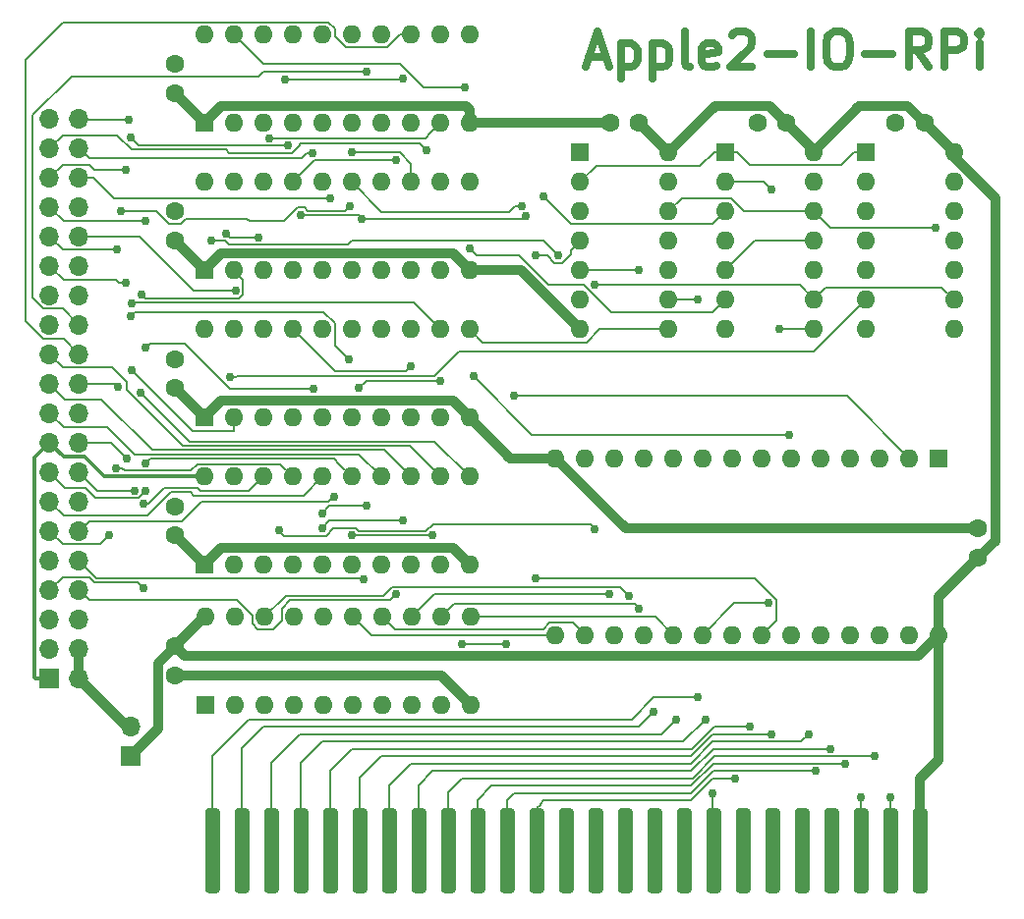
<source format=gbr>
G04 #@! TF.GenerationSoftware,KiCad,Pcbnew,(6.0.2-0)*
G04 #@! TF.CreationDate,2022-03-01T05:34:48-05:00*
G04 #@! TF.ProjectId,Apple2IORPi,4170706c-6532-4494-9f52-50692e6b6963,0.6*
G04 #@! TF.SameCoordinates,Original*
G04 #@! TF.FileFunction,Copper,L1,Top*
G04 #@! TF.FilePolarity,Positive*
%FSLAX46Y46*%
G04 Gerber Fmt 4.6, Leading zero omitted, Abs format (unit mm)*
G04 Created by KiCad (PCBNEW (6.0.2-0)) date 2022-03-01 05:34:48*
%MOMM*%
%LPD*%
G01*
G04 APERTURE LIST*
%ADD10C,0.635000*%
G04 #@! TA.AperFunction,NonConductor*
%ADD11C,0.635000*%
G04 #@! TD*
G04 #@! TA.AperFunction,ComponentPad*
%ADD12R,1.700000X1.700000*%
G04 #@! TD*
G04 #@! TA.AperFunction,ComponentPad*
%ADD13O,1.700000X1.700000*%
G04 #@! TD*
G04 #@! TA.AperFunction,ComponentPad*
%ADD14R,1.600000X1.600000*%
G04 #@! TD*
G04 #@! TA.AperFunction,ComponentPad*
%ADD15O,1.600000X1.600000*%
G04 #@! TD*
G04 #@! TA.AperFunction,ComponentPad*
%ADD16C,1.600000*%
G04 #@! TD*
G04 #@! TA.AperFunction,ViaPad*
%ADD17C,0.762000*%
G04 #@! TD*
G04 #@! TA.AperFunction,Conductor*
%ADD18C,0.812800*%
G04 #@! TD*
G04 #@! TA.AperFunction,Conductor*
%ADD19C,0.355600*%
G04 #@! TD*
G04 #@! TA.AperFunction,Conductor*
%ADD20C,0.177800*%
G04 #@! TD*
G04 APERTURE END LIST*
D10*
D11*
X156928457Y-46990000D02*
X158379885Y-46990000D01*
X156638171Y-47860857D02*
X157654171Y-44812857D01*
X158670171Y-47860857D01*
X159686171Y-45828857D02*
X159686171Y-48876857D01*
X159686171Y-45974000D02*
X159976457Y-45828857D01*
X160557028Y-45828857D01*
X160847314Y-45974000D01*
X160992457Y-46119142D01*
X161137600Y-46409428D01*
X161137600Y-47280285D01*
X160992457Y-47570571D01*
X160847314Y-47715714D01*
X160557028Y-47860857D01*
X159976457Y-47860857D01*
X159686171Y-47715714D01*
X162443885Y-45828857D02*
X162443885Y-48876857D01*
X162443885Y-45974000D02*
X162734171Y-45828857D01*
X163314742Y-45828857D01*
X163605028Y-45974000D01*
X163750171Y-46119142D01*
X163895314Y-46409428D01*
X163895314Y-47280285D01*
X163750171Y-47570571D01*
X163605028Y-47715714D01*
X163314742Y-47860857D01*
X162734171Y-47860857D01*
X162443885Y-47715714D01*
X165637028Y-47860857D02*
X165346742Y-47715714D01*
X165201600Y-47425428D01*
X165201600Y-44812857D01*
X167959314Y-47715714D02*
X167669028Y-47860857D01*
X167088457Y-47860857D01*
X166798171Y-47715714D01*
X166653028Y-47425428D01*
X166653028Y-46264285D01*
X166798171Y-45974000D01*
X167088457Y-45828857D01*
X167669028Y-45828857D01*
X167959314Y-45974000D01*
X168104457Y-46264285D01*
X168104457Y-46554571D01*
X166653028Y-46844857D01*
X169265600Y-45103142D02*
X169410742Y-44958000D01*
X169701028Y-44812857D01*
X170426742Y-44812857D01*
X170717028Y-44958000D01*
X170862171Y-45103142D01*
X171007314Y-45393428D01*
X171007314Y-45683714D01*
X170862171Y-46119142D01*
X169120457Y-47860857D01*
X171007314Y-47860857D01*
X172313600Y-46699714D02*
X174635885Y-46699714D01*
X176087314Y-47860857D02*
X176087314Y-44812857D01*
X178119314Y-44812857D02*
X178699885Y-44812857D01*
X178990171Y-44958000D01*
X179280457Y-45248285D01*
X179425600Y-45828857D01*
X179425600Y-46844857D01*
X179280457Y-47425428D01*
X178990171Y-47715714D01*
X178699885Y-47860857D01*
X178119314Y-47860857D01*
X177829028Y-47715714D01*
X177538742Y-47425428D01*
X177393600Y-46844857D01*
X177393600Y-45828857D01*
X177538742Y-45248285D01*
X177829028Y-44958000D01*
X178119314Y-44812857D01*
X180731885Y-46699714D02*
X183054171Y-46699714D01*
X186247314Y-47860857D02*
X185231314Y-46409428D01*
X184505600Y-47860857D02*
X184505600Y-44812857D01*
X185666742Y-44812857D01*
X185957028Y-44958000D01*
X186102171Y-45103142D01*
X186247314Y-45393428D01*
X186247314Y-45828857D01*
X186102171Y-46119142D01*
X185957028Y-46264285D01*
X185666742Y-46409428D01*
X184505600Y-46409428D01*
X187553600Y-47860857D02*
X187553600Y-44812857D01*
X188714742Y-44812857D01*
X189005028Y-44958000D01*
X189150171Y-45103142D01*
X189295314Y-45393428D01*
X189295314Y-45828857D01*
X189150171Y-46119142D01*
X189005028Y-46264285D01*
X188714742Y-46409428D01*
X187553600Y-46409428D01*
X190601600Y-47860857D02*
X190601600Y-45828857D01*
X190601600Y-44812857D02*
X190456457Y-44958000D01*
X190601600Y-45103142D01*
X190746742Y-44958000D01*
X190601600Y-44812857D01*
X190601600Y-45103142D01*
G04 #@! TA.AperFunction,ConnectorPad*
G36*
G01*
X123900001Y-118808500D02*
X123900001Y-112077500D01*
G75*
G02*
X124217501Y-111760000I317500J0D01*
G01*
X124852501Y-111760000D01*
G75*
G02*
X125170001Y-112077500I0J-317500D01*
G01*
X125170001Y-118808500D01*
G75*
G02*
X124852501Y-119126000I-317500J0D01*
G01*
X124217501Y-119126000D01*
G75*
G02*
X123900001Y-118808500I0J317500D01*
G01*
G37*
G04 #@! TD.AperFunction*
G04 #@! TA.AperFunction,ConnectorPad*
G36*
G01*
X126440001Y-118808500D02*
X126440001Y-112077500D01*
G75*
G02*
X126757501Y-111760000I317500J0D01*
G01*
X127392501Y-111760000D01*
G75*
G02*
X127710001Y-112077500I0J-317500D01*
G01*
X127710001Y-118808500D01*
G75*
G02*
X127392501Y-119126000I-317500J0D01*
G01*
X126757501Y-119126000D01*
G75*
G02*
X126440001Y-118808500I0J317500D01*
G01*
G37*
G04 #@! TD.AperFunction*
G04 #@! TA.AperFunction,ConnectorPad*
G36*
G01*
X128980001Y-118808500D02*
X128980001Y-112077500D01*
G75*
G02*
X129297501Y-111760000I317500J0D01*
G01*
X129932501Y-111760000D01*
G75*
G02*
X130250001Y-112077500I0J-317500D01*
G01*
X130250001Y-118808500D01*
G75*
G02*
X129932501Y-119126000I-317500J0D01*
G01*
X129297501Y-119126000D01*
G75*
G02*
X128980001Y-118808500I0J317500D01*
G01*
G37*
G04 #@! TD.AperFunction*
G04 #@! TA.AperFunction,ConnectorPad*
G36*
G01*
X131520001Y-118808500D02*
X131520001Y-112077500D01*
G75*
G02*
X131837501Y-111760000I317500J0D01*
G01*
X132472501Y-111760000D01*
G75*
G02*
X132790001Y-112077500I0J-317500D01*
G01*
X132790001Y-118808500D01*
G75*
G02*
X132472501Y-119126000I-317500J0D01*
G01*
X131837501Y-119126000D01*
G75*
G02*
X131520001Y-118808500I0J317500D01*
G01*
G37*
G04 #@! TD.AperFunction*
G04 #@! TA.AperFunction,ConnectorPad*
G36*
G01*
X134060001Y-118808500D02*
X134060001Y-112077500D01*
G75*
G02*
X134377501Y-111760000I317500J0D01*
G01*
X135012501Y-111760000D01*
G75*
G02*
X135330001Y-112077500I0J-317500D01*
G01*
X135330001Y-118808500D01*
G75*
G02*
X135012501Y-119126000I-317500J0D01*
G01*
X134377501Y-119126000D01*
G75*
G02*
X134060001Y-118808500I0J317500D01*
G01*
G37*
G04 #@! TD.AperFunction*
G04 #@! TA.AperFunction,ConnectorPad*
G36*
G01*
X136600001Y-118808500D02*
X136600001Y-112077500D01*
G75*
G02*
X136917501Y-111760000I317500J0D01*
G01*
X137552501Y-111760000D01*
G75*
G02*
X137870001Y-112077500I0J-317500D01*
G01*
X137870001Y-118808500D01*
G75*
G02*
X137552501Y-119126000I-317500J0D01*
G01*
X136917501Y-119126000D01*
G75*
G02*
X136600001Y-118808500I0J317500D01*
G01*
G37*
G04 #@! TD.AperFunction*
G04 #@! TA.AperFunction,ConnectorPad*
G36*
G01*
X139140001Y-118808500D02*
X139140001Y-112077500D01*
G75*
G02*
X139457501Y-111760000I317500J0D01*
G01*
X140092501Y-111760000D01*
G75*
G02*
X140410001Y-112077500I0J-317500D01*
G01*
X140410001Y-118808500D01*
G75*
G02*
X140092501Y-119126000I-317500J0D01*
G01*
X139457501Y-119126000D01*
G75*
G02*
X139140001Y-118808500I0J317500D01*
G01*
G37*
G04 #@! TD.AperFunction*
G04 #@! TA.AperFunction,ConnectorPad*
G36*
G01*
X141680001Y-118808500D02*
X141680001Y-112077500D01*
G75*
G02*
X141997501Y-111760000I317500J0D01*
G01*
X142632501Y-111760000D01*
G75*
G02*
X142950001Y-112077500I0J-317500D01*
G01*
X142950001Y-118808500D01*
G75*
G02*
X142632501Y-119126000I-317500J0D01*
G01*
X141997501Y-119126000D01*
G75*
G02*
X141680001Y-118808500I0J317500D01*
G01*
G37*
G04 #@! TD.AperFunction*
G04 #@! TA.AperFunction,ConnectorPad*
G36*
G01*
X144220001Y-118808500D02*
X144220001Y-112077500D01*
G75*
G02*
X144537501Y-111760000I317500J0D01*
G01*
X145172501Y-111760000D01*
G75*
G02*
X145490001Y-112077500I0J-317500D01*
G01*
X145490001Y-118808500D01*
G75*
G02*
X145172501Y-119126000I-317500J0D01*
G01*
X144537501Y-119126000D01*
G75*
G02*
X144220001Y-118808500I0J317500D01*
G01*
G37*
G04 #@! TD.AperFunction*
G04 #@! TA.AperFunction,ConnectorPad*
G36*
G01*
X146760001Y-118808500D02*
X146760001Y-112077500D01*
G75*
G02*
X147077501Y-111760000I317500J0D01*
G01*
X147712501Y-111760000D01*
G75*
G02*
X148030001Y-112077500I0J-317500D01*
G01*
X148030001Y-118808500D01*
G75*
G02*
X147712501Y-119126000I-317500J0D01*
G01*
X147077501Y-119126000D01*
G75*
G02*
X146760001Y-118808500I0J317500D01*
G01*
G37*
G04 #@! TD.AperFunction*
G04 #@! TA.AperFunction,ConnectorPad*
G36*
G01*
X149300001Y-118808500D02*
X149300001Y-112077500D01*
G75*
G02*
X149617501Y-111760000I317500J0D01*
G01*
X150252501Y-111760000D01*
G75*
G02*
X150570001Y-112077500I0J-317500D01*
G01*
X150570001Y-118808500D01*
G75*
G02*
X150252501Y-119126000I-317500J0D01*
G01*
X149617501Y-119126000D01*
G75*
G02*
X149300001Y-118808500I0J317500D01*
G01*
G37*
G04 #@! TD.AperFunction*
G04 #@! TA.AperFunction,ConnectorPad*
G36*
G01*
X151840001Y-118808500D02*
X151840001Y-112077500D01*
G75*
G02*
X152157501Y-111760000I317500J0D01*
G01*
X152792501Y-111760000D01*
G75*
G02*
X153110001Y-112077500I0J-317500D01*
G01*
X153110001Y-118808500D01*
G75*
G02*
X152792501Y-119126000I-317500J0D01*
G01*
X152157501Y-119126000D01*
G75*
G02*
X151840001Y-118808500I0J317500D01*
G01*
G37*
G04 #@! TD.AperFunction*
G04 #@! TA.AperFunction,ConnectorPad*
G36*
G01*
X154380001Y-118808500D02*
X154380001Y-112077500D01*
G75*
G02*
X154697501Y-111760000I317500J0D01*
G01*
X155332501Y-111760000D01*
G75*
G02*
X155650001Y-112077500I0J-317500D01*
G01*
X155650001Y-118808500D01*
G75*
G02*
X155332501Y-119126000I-317500J0D01*
G01*
X154697501Y-119126000D01*
G75*
G02*
X154380001Y-118808500I0J317500D01*
G01*
G37*
G04 #@! TD.AperFunction*
G04 #@! TA.AperFunction,ConnectorPad*
G36*
G01*
X156920001Y-118808500D02*
X156920001Y-112077500D01*
G75*
G02*
X157237501Y-111760000I317500J0D01*
G01*
X157872501Y-111760000D01*
G75*
G02*
X158190001Y-112077500I0J-317500D01*
G01*
X158190001Y-118808500D01*
G75*
G02*
X157872501Y-119126000I-317500J0D01*
G01*
X157237501Y-119126000D01*
G75*
G02*
X156920001Y-118808500I0J317500D01*
G01*
G37*
G04 #@! TD.AperFunction*
G04 #@! TA.AperFunction,ConnectorPad*
G36*
G01*
X159460001Y-118808500D02*
X159460001Y-112077500D01*
G75*
G02*
X159777501Y-111760000I317500J0D01*
G01*
X160412501Y-111760000D01*
G75*
G02*
X160730001Y-112077500I0J-317500D01*
G01*
X160730001Y-118808500D01*
G75*
G02*
X160412501Y-119126000I-317500J0D01*
G01*
X159777501Y-119126000D01*
G75*
G02*
X159460001Y-118808500I0J317500D01*
G01*
G37*
G04 #@! TD.AperFunction*
G04 #@! TA.AperFunction,ConnectorPad*
G36*
G01*
X162000001Y-118808500D02*
X162000001Y-112077500D01*
G75*
G02*
X162317501Y-111760000I317500J0D01*
G01*
X162952501Y-111760000D01*
G75*
G02*
X163270001Y-112077500I0J-317500D01*
G01*
X163270001Y-118808500D01*
G75*
G02*
X162952501Y-119126000I-317500J0D01*
G01*
X162317501Y-119126000D01*
G75*
G02*
X162000001Y-118808500I0J317500D01*
G01*
G37*
G04 #@! TD.AperFunction*
G04 #@! TA.AperFunction,ConnectorPad*
G36*
G01*
X164540001Y-118808500D02*
X164540001Y-112077500D01*
G75*
G02*
X164857501Y-111760000I317500J0D01*
G01*
X165492501Y-111760000D01*
G75*
G02*
X165810001Y-112077500I0J-317500D01*
G01*
X165810001Y-118808500D01*
G75*
G02*
X165492501Y-119126000I-317500J0D01*
G01*
X164857501Y-119126000D01*
G75*
G02*
X164540001Y-118808500I0J317500D01*
G01*
G37*
G04 #@! TD.AperFunction*
G04 #@! TA.AperFunction,ConnectorPad*
G36*
G01*
X167080001Y-118808500D02*
X167080001Y-112077500D01*
G75*
G02*
X167397501Y-111760000I317500J0D01*
G01*
X168032501Y-111760000D01*
G75*
G02*
X168350001Y-112077500I0J-317500D01*
G01*
X168350001Y-118808500D01*
G75*
G02*
X168032501Y-119126000I-317500J0D01*
G01*
X167397501Y-119126000D01*
G75*
G02*
X167080001Y-118808500I0J317500D01*
G01*
G37*
G04 #@! TD.AperFunction*
G04 #@! TA.AperFunction,ConnectorPad*
G36*
G01*
X169620001Y-118808500D02*
X169620001Y-112077500D01*
G75*
G02*
X169937501Y-111760000I317500J0D01*
G01*
X170572501Y-111760000D01*
G75*
G02*
X170890001Y-112077500I0J-317500D01*
G01*
X170890001Y-118808500D01*
G75*
G02*
X170572501Y-119126000I-317500J0D01*
G01*
X169937501Y-119126000D01*
G75*
G02*
X169620001Y-118808500I0J317500D01*
G01*
G37*
G04 #@! TD.AperFunction*
G04 #@! TA.AperFunction,ConnectorPad*
G36*
G01*
X172160001Y-118808500D02*
X172160001Y-112077500D01*
G75*
G02*
X172477501Y-111760000I317500J0D01*
G01*
X173112501Y-111760000D01*
G75*
G02*
X173430001Y-112077500I0J-317500D01*
G01*
X173430001Y-118808500D01*
G75*
G02*
X173112501Y-119126000I-317500J0D01*
G01*
X172477501Y-119126000D01*
G75*
G02*
X172160001Y-118808500I0J317500D01*
G01*
G37*
G04 #@! TD.AperFunction*
G04 #@! TA.AperFunction,ConnectorPad*
G36*
G01*
X174700001Y-118808500D02*
X174700001Y-112077500D01*
G75*
G02*
X175017501Y-111760000I317500J0D01*
G01*
X175652501Y-111760000D01*
G75*
G02*
X175970001Y-112077500I0J-317500D01*
G01*
X175970001Y-118808500D01*
G75*
G02*
X175652501Y-119126000I-317500J0D01*
G01*
X175017501Y-119126000D01*
G75*
G02*
X174700001Y-118808500I0J317500D01*
G01*
G37*
G04 #@! TD.AperFunction*
G04 #@! TA.AperFunction,ConnectorPad*
G36*
G01*
X177240001Y-118808500D02*
X177240001Y-112077500D01*
G75*
G02*
X177557501Y-111760000I317500J0D01*
G01*
X178192501Y-111760000D01*
G75*
G02*
X178510001Y-112077500I0J-317500D01*
G01*
X178510001Y-118808500D01*
G75*
G02*
X178192501Y-119126000I-317500J0D01*
G01*
X177557501Y-119126000D01*
G75*
G02*
X177240001Y-118808500I0J317500D01*
G01*
G37*
G04 #@! TD.AperFunction*
G04 #@! TA.AperFunction,ConnectorPad*
G36*
G01*
X179780001Y-118808500D02*
X179780001Y-112077500D01*
G75*
G02*
X180097501Y-111760000I317500J0D01*
G01*
X180732501Y-111760000D01*
G75*
G02*
X181050001Y-112077500I0J-317500D01*
G01*
X181050001Y-118808500D01*
G75*
G02*
X180732501Y-119126000I-317500J0D01*
G01*
X180097501Y-119126000D01*
G75*
G02*
X179780001Y-118808500I0J317500D01*
G01*
G37*
G04 #@! TD.AperFunction*
G04 #@! TA.AperFunction,ConnectorPad*
G36*
G01*
X182320001Y-118808500D02*
X182320001Y-112077500D01*
G75*
G02*
X182637501Y-111760000I317500J0D01*
G01*
X183272501Y-111760000D01*
G75*
G02*
X183590001Y-112077500I0J-317500D01*
G01*
X183590001Y-118808500D01*
G75*
G02*
X183272501Y-119126000I-317500J0D01*
G01*
X182637501Y-119126000D01*
G75*
G02*
X182320001Y-118808500I0J317500D01*
G01*
G37*
G04 #@! TD.AperFunction*
G04 #@! TA.AperFunction,ConnectorPad*
G36*
G01*
X184860001Y-118808500D02*
X184860001Y-112077500D01*
G75*
G02*
X185177501Y-111760000I317500J0D01*
G01*
X185812501Y-111760000D01*
G75*
G02*
X186130001Y-112077500I0J-317500D01*
G01*
X186130001Y-118808500D01*
G75*
G02*
X185812501Y-119126000I-317500J0D01*
G01*
X185177501Y-119126000D01*
G75*
G02*
X184860001Y-118808500I0J317500D01*
G01*
G37*
G04 #@! TD.AperFunction*
D12*
X110490000Y-100584000D03*
D13*
X113030000Y-100584000D03*
X110490000Y-98044000D03*
X113030000Y-98044000D03*
X110490000Y-95504000D03*
X113030000Y-95504000D03*
X110490000Y-92964000D03*
X113030000Y-92964000D03*
X110490000Y-90424000D03*
X113030000Y-90424000D03*
X110490000Y-87884000D03*
X113030000Y-87884000D03*
X110490000Y-85344000D03*
X113030000Y-85344000D03*
X110490000Y-82804000D03*
X113030000Y-82804000D03*
X110490000Y-80264000D03*
X113030000Y-80264000D03*
X110490000Y-77724000D03*
X113030000Y-77724000D03*
X110490000Y-75184000D03*
X113030000Y-75184000D03*
X110490000Y-72644000D03*
X113030000Y-72644000D03*
X110490000Y-70104000D03*
X113030000Y-70104000D03*
X110490000Y-67564000D03*
X113030000Y-67564000D03*
X110490000Y-65024000D03*
X113030000Y-65024000D03*
X110490000Y-62484000D03*
X113030000Y-62484000D03*
X110490000Y-59944000D03*
X113030000Y-59944000D03*
X110490000Y-57404000D03*
X113030000Y-57404000D03*
X110490000Y-54864000D03*
X113030000Y-54864000D03*
X110490000Y-52324000D03*
X113030000Y-52324000D03*
D14*
X123952000Y-102870000D03*
D15*
X126492000Y-102870000D03*
X129032000Y-102870000D03*
X131572000Y-102870000D03*
X134112000Y-102870000D03*
X136652000Y-102870000D03*
X139192000Y-102870000D03*
X141732000Y-102870000D03*
X144272000Y-102870000D03*
X146812000Y-102870000D03*
X146812000Y-95250000D03*
X144272000Y-95250000D03*
X141732000Y-95250000D03*
X139192000Y-95250000D03*
X136652000Y-95250000D03*
X134112000Y-95250000D03*
X131572000Y-95250000D03*
X129032000Y-95250000D03*
X126492000Y-95250000D03*
X123952000Y-95250000D03*
D14*
X180771800Y-55245000D03*
D15*
X180771800Y-57785000D03*
X180771800Y-60325000D03*
X180771800Y-62865000D03*
X180771800Y-65405000D03*
X180771800Y-67945000D03*
X180771800Y-70485000D03*
X188391800Y-70485000D03*
X188391800Y-67945000D03*
X188391800Y-65405000D03*
X188391800Y-62865000D03*
X188391800Y-60325000D03*
X188391800Y-57785000D03*
X188391800Y-55245000D03*
D14*
X156210000Y-55245000D03*
D15*
X156210000Y-57785000D03*
X156210000Y-60325000D03*
X156210000Y-62865000D03*
X156210000Y-65405000D03*
X156210000Y-67945000D03*
X156210000Y-70485000D03*
X163830000Y-70485000D03*
X163830000Y-67945000D03*
X163830000Y-65405000D03*
X163830000Y-62865000D03*
X163830000Y-60325000D03*
X163830000Y-57785000D03*
X163830000Y-55245000D03*
D14*
X123825000Y-90805000D03*
D15*
X126365000Y-90805000D03*
X128905000Y-90805000D03*
X131445000Y-90805000D03*
X133985000Y-90805000D03*
X136525000Y-90805000D03*
X139065000Y-90805000D03*
X141605000Y-90805000D03*
X144145000Y-90805000D03*
X146685000Y-90805000D03*
X146685000Y-83185000D03*
X144145000Y-83185000D03*
X141605000Y-83185000D03*
X139065000Y-83185000D03*
X136525000Y-83185000D03*
X133985000Y-83185000D03*
X131445000Y-83185000D03*
X128905000Y-83185000D03*
X126365000Y-83185000D03*
X123825000Y-83185000D03*
D14*
X123825000Y-78105000D03*
D15*
X126365000Y-78105000D03*
X128905000Y-78105000D03*
X131445000Y-78105000D03*
X133985000Y-78105000D03*
X136525000Y-78105000D03*
X139065000Y-78105000D03*
X141605000Y-78105000D03*
X144145000Y-78105000D03*
X146685000Y-78105000D03*
X146685000Y-70485000D03*
X144145000Y-70485000D03*
X141605000Y-70485000D03*
X139065000Y-70485000D03*
X136525000Y-70485000D03*
X133985000Y-70485000D03*
X131445000Y-70485000D03*
X128905000Y-70485000D03*
X126365000Y-70485000D03*
X123825000Y-70485000D03*
D14*
X187101925Y-81586962D03*
D15*
X184561925Y-81586962D03*
X182021925Y-81586962D03*
X179481925Y-81586962D03*
X176941925Y-81586962D03*
X174401925Y-81586962D03*
X171861925Y-81586962D03*
X169321925Y-81586962D03*
X166781925Y-81586962D03*
X164241925Y-81586962D03*
X161701925Y-81586962D03*
X159161925Y-81586962D03*
X156621925Y-81586962D03*
X154081925Y-81586962D03*
X154081925Y-96826962D03*
X156621925Y-96826962D03*
X159161925Y-96826962D03*
X161701925Y-96826962D03*
X164241925Y-96826962D03*
X166781925Y-96826962D03*
X169321925Y-96826962D03*
X171861925Y-96826962D03*
X174401925Y-96826962D03*
X176941925Y-96826962D03*
X179481925Y-96826962D03*
X182021925Y-96826962D03*
X184561925Y-96826962D03*
X187101925Y-96826962D03*
D14*
X123825000Y-65405000D03*
D15*
X126365000Y-65405000D03*
X128905000Y-65405000D03*
X131445000Y-65405000D03*
X133985000Y-65405000D03*
X136525000Y-65405000D03*
X139065000Y-65405000D03*
X141605000Y-65405000D03*
X144145000Y-65405000D03*
X146685000Y-65405000D03*
X146685000Y-57785000D03*
X144145000Y-57785000D03*
X141605000Y-57785000D03*
X139065000Y-57785000D03*
X136525000Y-57785000D03*
X133985000Y-57785000D03*
X131445000Y-57785000D03*
X128905000Y-57785000D03*
X126365000Y-57785000D03*
X123825000Y-57785000D03*
D14*
X123825000Y-52705000D03*
D15*
X126365000Y-52705000D03*
X128905000Y-52705000D03*
X131445000Y-52705000D03*
X133985000Y-52705000D03*
X136525000Y-52705000D03*
X139065000Y-52705000D03*
X141605000Y-52705000D03*
X144145000Y-52705000D03*
X146685000Y-52705000D03*
X146685000Y-45085000D03*
X144145000Y-45085000D03*
X141605000Y-45085000D03*
X139065000Y-45085000D03*
X136525000Y-45085000D03*
X133985000Y-45085000D03*
X131445000Y-45085000D03*
X128905000Y-45085000D03*
X126365000Y-45085000D03*
X123825000Y-45085000D03*
D16*
X121285000Y-97830000D03*
X121285000Y-100330000D03*
X190500000Y-90170000D03*
X190500000Y-87670000D03*
X185851800Y-52705000D03*
X183351800Y-52705000D03*
X161290000Y-52705000D03*
X158790000Y-52705000D03*
X121285000Y-85765000D03*
X121285000Y-88265000D03*
X121285000Y-73065000D03*
X121285000Y-75565000D03*
X121285000Y-47625000D03*
X121285000Y-50125000D03*
X121285000Y-60325000D03*
X121285000Y-62825000D03*
X173990000Y-52705000D03*
X171490000Y-52705000D03*
D14*
X168706800Y-55168800D03*
D15*
X168706800Y-57708800D03*
X168706800Y-60248800D03*
X168706800Y-62788800D03*
X168706800Y-65328800D03*
X168706800Y-67868800D03*
X168706800Y-70408800D03*
X176326800Y-70408800D03*
X176326800Y-67868800D03*
X176326800Y-65328800D03*
X176326800Y-62788800D03*
X176326800Y-60248800D03*
X176326800Y-57708800D03*
X176326800Y-55168800D03*
D12*
X117500400Y-107238800D03*
D13*
X117500400Y-104698800D03*
D17*
X162560000Y-103505000D03*
X161290000Y-65405000D03*
X164465000Y-104140000D03*
X167005000Y-104140000D03*
X170815000Y-104749600D03*
X172720000Y-105397300D03*
X175895000Y-105410000D03*
X172466000Y-94107000D03*
X166370000Y-102235000D03*
X177800000Y-106654599D03*
X181610000Y-107315000D03*
X179070000Y-107950000D03*
X176530000Y-108585000D03*
X169557700Y-109220000D03*
X167640000Y-110490000D03*
X180415001Y-110871000D03*
X182955001Y-110871000D03*
X118618000Y-92837000D03*
X118592600Y-85547200D03*
X137160000Y-75565000D03*
X144145000Y-74930000D03*
X140335000Y-93345000D03*
X137509508Y-92004891D03*
X115581801Y-88265000D03*
X116205000Y-82448400D03*
X134975600Y-84886800D03*
X149860000Y-97601573D03*
X152400000Y-64135000D03*
X152400000Y-91948000D03*
X146050000Y-97601573D03*
X157480000Y-66675000D03*
X126034006Y-74625994D03*
X166370000Y-67945000D03*
X118783199Y-82016600D03*
X118719600Y-84429600D03*
X117779800Y-84378800D03*
X118427500Y-67487800D03*
X154330401Y-64135000D03*
X124460000Y-62865000D03*
X151136567Y-59833416D03*
X150495000Y-76200000D03*
X174218600Y-79552800D03*
X147015200Y-74549000D03*
X146685000Y-63500000D03*
X153035000Y-59055000D03*
X146227800Y-49631600D03*
X172720000Y-58420000D03*
X173355000Y-70485000D03*
X186798209Y-61703209D03*
X116611400Y-60299600D03*
X117132100Y-81584800D03*
X136372600Y-59867800D03*
X131025999Y-54636293D03*
X140970000Y-48895000D03*
X116408200Y-75412600D03*
X117475000Y-53975000D03*
X130810000Y-48920400D03*
X137795000Y-48272700D03*
X117017800Y-66497200D03*
X118351300Y-75980431D03*
X117602000Y-74015600D03*
X116281200Y-63600701D03*
X126517400Y-67157600D03*
X118783199Y-61163200D03*
X118783199Y-72059800D03*
X133248400Y-75603199D03*
X117500400Y-69316600D03*
X117043200Y-56718200D03*
X136271000Y-73088500D03*
X134645400Y-59207400D03*
X142925800Y-55067200D03*
X133159401Y-55269910D03*
X117271800Y-52451000D03*
X117602000Y-68224400D03*
X129438400Y-53988593D03*
X141605000Y-73660000D03*
X140335000Y-55892700D03*
X161290000Y-94602300D03*
X158750000Y-93345000D03*
X143510000Y-88265000D03*
X136525000Y-55245000D03*
X136525000Y-88265000D03*
X133985000Y-87630000D03*
X140970000Y-86995000D03*
X132156200Y-60629800D03*
X137414000Y-60947300D03*
X151485600Y-60706000D03*
X137795000Y-85725000D03*
X133985000Y-86360000D03*
X130276600Y-87833200D03*
X157454600Y-87680800D03*
X128524000Y-62547500D03*
X160401000Y-93497400D03*
X125649727Y-62204599D03*
D18*
X190500000Y-90170000D02*
X191960401Y-88709599D01*
X187101925Y-93568075D02*
X190500000Y-90170000D01*
X119824599Y-99290401D02*
X119824599Y-104914601D01*
X185851800Y-52705000D02*
X184391399Y-51244599D01*
X185495001Y-109220000D02*
X187101925Y-107613076D01*
X121285000Y-97830000D02*
X119824599Y-99290401D01*
X121285000Y-97830000D02*
X122097973Y-98642973D01*
X188391800Y-55245000D02*
X185851800Y-52705000D01*
X191960401Y-59192207D02*
X188391800Y-55623606D01*
X122097973Y-98642973D02*
X185285914Y-98642973D01*
X119824599Y-104914601D02*
X117500400Y-107238800D01*
X123952000Y-95250000D02*
X123865000Y-95250000D01*
X184391399Y-51244599D02*
X180251001Y-51244599D01*
X173990000Y-52705000D02*
X172529599Y-51244599D01*
X185495001Y-115570000D02*
X185495001Y-109220000D01*
X172529599Y-51244599D02*
X167830401Y-51244599D01*
X191960401Y-88709599D02*
X191960401Y-59192207D01*
X176326800Y-55168800D02*
X176326800Y-55041800D01*
X187101925Y-96826962D02*
X187101925Y-93568075D01*
X123865000Y-95250000D02*
X121285000Y-97830000D01*
X176326800Y-55041800D02*
X173990000Y-52705000D01*
X163830000Y-55245000D02*
X161290000Y-52705000D01*
X187101925Y-107613076D02*
X187101925Y-96826962D01*
X188391800Y-55623606D02*
X188391800Y-55245000D01*
X185285914Y-98642973D02*
X187101925Y-96826962D01*
X167830401Y-51244599D02*
X163830000Y-55245000D01*
X180251001Y-51244599D02*
X176326800Y-55168800D01*
X123825000Y-65365000D02*
X121285000Y-62825000D01*
X160164963Y-87670000D02*
X190500000Y-87670000D01*
X146685000Y-52705000D02*
X146685000Y-51573630D01*
X121285000Y-88265000D02*
X123825000Y-90805000D01*
X154081925Y-81586962D02*
X160164963Y-87670000D01*
X125285401Y-51244599D02*
X123825000Y-52705000D01*
X146685000Y-65405000D02*
X151130000Y-65405000D01*
X145224599Y-76644599D02*
X125285401Y-76644599D01*
X121285000Y-100330000D02*
X144272000Y-100330000D01*
X123825000Y-52665000D02*
X121285000Y-50125000D01*
X146685000Y-78105000D02*
X145224599Y-76644599D01*
X146685000Y-78105000D02*
X150166962Y-81586962D01*
X146685000Y-65405000D02*
X145224599Y-63944599D01*
X125285401Y-76644599D02*
X123825000Y-78105000D01*
X151130000Y-65405000D02*
X156210000Y-70485000D01*
X125285401Y-89344599D02*
X145224599Y-89344599D01*
X146685000Y-51573630D02*
X146355969Y-51244599D01*
X123825000Y-52705000D02*
X123825000Y-52665000D01*
X121285000Y-75565000D02*
X123825000Y-78105000D01*
X145224599Y-89344599D02*
X146685000Y-90805000D01*
X146685000Y-52705000D02*
X158790000Y-52705000D01*
X144272000Y-100330000D02*
X146812000Y-102870000D01*
X146355969Y-51244599D02*
X125285401Y-51244599D01*
X123825000Y-65405000D02*
X123825000Y-65365000D01*
X145224599Y-63944599D02*
X125285401Y-63944599D01*
X125285401Y-63944599D02*
X123825000Y-65405000D01*
X123825000Y-90805000D02*
X125285401Y-89344599D01*
X150166962Y-81586962D02*
X154081925Y-81586962D01*
D19*
X113479891Y-81469601D02*
X115195290Y-83185000D01*
X110490000Y-100584000D02*
X109284400Y-100584000D01*
X109208199Y-81545801D02*
X110490000Y-80264000D01*
X111695601Y-81469601D02*
X113479891Y-81469601D01*
X110490000Y-80264000D02*
X111695601Y-81469601D01*
X109284400Y-100584000D02*
X109208199Y-100507799D01*
X115195290Y-83185000D02*
X123825000Y-83185000D01*
X109208199Y-100507799D02*
X109208199Y-81545801D01*
D20*
X127075001Y-115570000D02*
X127075001Y-106604999D01*
X161290000Y-104775000D02*
X128905000Y-104775000D01*
X161290000Y-65405000D02*
X156210000Y-65405000D01*
X162560000Y-103505000D02*
X161290000Y-104775000D01*
X127075001Y-106604999D02*
X128905000Y-104775000D01*
X132080000Y-105410000D02*
X163195000Y-105410000D01*
X129615001Y-107874999D02*
X132080000Y-105410000D01*
X163195000Y-105410000D02*
X164465000Y-104140000D01*
X129615001Y-115570000D02*
X129615001Y-107874999D01*
X132155001Y-107874999D02*
X133985000Y-106045000D01*
X132155001Y-115570000D02*
X132155001Y-107874999D01*
X165100000Y-106045000D02*
X167005000Y-104140000D01*
X133985000Y-106045000D02*
X165100000Y-106045000D01*
X167759392Y-104775000D02*
X170789600Y-104775000D01*
X134695001Y-108509999D02*
X136525000Y-106680000D01*
X136525000Y-106680000D02*
X165854392Y-106680000D01*
X134695001Y-115570000D02*
X134695001Y-108509999D01*
X165854392Y-106680000D02*
X167759392Y-104775000D01*
X170789600Y-104775000D02*
X170815000Y-104749600D01*
X165735000Y-107315000D02*
X167640000Y-105410000D01*
X167640000Y-105410000D02*
X167640000Y-105397300D01*
X137235001Y-109144999D02*
X139065000Y-107315000D01*
X139065000Y-107315000D02*
X165735000Y-107315000D01*
X137235001Y-115570000D02*
X137235001Y-109144999D01*
X167640000Y-105397300D02*
X172720000Y-105397300D01*
X141605000Y-107950000D02*
X165735000Y-107950000D01*
X175260000Y-106045000D02*
X175895000Y-105410000D01*
X139775001Y-109779999D02*
X141605000Y-107950000D01*
X165735000Y-107950000D02*
X167640000Y-106045000D01*
X139775001Y-115570000D02*
X139775001Y-109779999D01*
X167640000Y-106045000D02*
X175260000Y-106045000D01*
X124535001Y-115570000D02*
X124535001Y-107239999D01*
X169501887Y-94107000D02*
X172466000Y-94107000D01*
X162560000Y-102235000D02*
X166370000Y-102235000D01*
X127635000Y-104140000D02*
X160655000Y-104140000D01*
X124535001Y-107239999D02*
X127635000Y-104140000D01*
X166781925Y-96826962D02*
X169501887Y-94107000D01*
X160655000Y-104140000D02*
X162560000Y-102235000D01*
X143510000Y-108585000D02*
X153035000Y-108585000D01*
X142315001Y-115570000D02*
X142315001Y-109779999D01*
X165735000Y-108585000D02*
X152400000Y-108585000D01*
X142315001Y-109779999D02*
X143510000Y-108585000D01*
X177800000Y-106654599D02*
X167665401Y-106654599D01*
X167665401Y-106654599D02*
X165735000Y-108585000D01*
X181597299Y-107302299D02*
X181610000Y-107315000D01*
X167784793Y-107302299D02*
X181597299Y-107302299D01*
X144855001Y-115570000D02*
X144855001Y-110414999D01*
X165867092Y-109220000D02*
X167784793Y-107302299D01*
X146050000Y-109220000D02*
X165867092Y-109220000D01*
X144855001Y-110414999D02*
X146050000Y-109220000D01*
X147395001Y-111049999D02*
X148590000Y-109855000D01*
X147395001Y-115570000D02*
X147395001Y-111049999D01*
X165735000Y-109855000D02*
X167652701Y-107937299D01*
X148590000Y-109855000D02*
X165735000Y-109855000D01*
X179057299Y-107937299D02*
X179070000Y-107950000D01*
X167652701Y-107937299D02*
X179057299Y-107937299D01*
X149935001Y-115570000D02*
X149935001Y-111049999D01*
X165735000Y-110490000D02*
X167652701Y-108572299D01*
X149935001Y-111049999D02*
X150495000Y-110490000D01*
X150495000Y-110490000D02*
X165735000Y-110490000D01*
X176517299Y-108572299D02*
X176530000Y-108585000D01*
X167652701Y-108572299D02*
X176517299Y-108572299D01*
X165735000Y-111125000D02*
X167640000Y-109220000D01*
X167640000Y-109220000D02*
X169557700Y-109220000D01*
X152754391Y-111480610D02*
X152754391Y-111405609D01*
X152754391Y-111405609D02*
X153035000Y-111125000D01*
X153035000Y-111125000D02*
X165735000Y-111125000D01*
X152475001Y-111760000D02*
X152754391Y-111480610D01*
X152475001Y-115570000D02*
X152475001Y-111760000D01*
X167640000Y-110490000D02*
X167640000Y-115494999D01*
X180415001Y-110871000D02*
X180415001Y-115570000D01*
X182955001Y-115570000D02*
X182955001Y-110871000D01*
X118973600Y-85547200D02*
X118592600Y-85547200D01*
X127635000Y-84455000D02*
X128905000Y-83185000D01*
X118084511Y-92303511D02*
X114376111Y-92303511D01*
X123212381Y-84151099D02*
X123516282Y-84455000D01*
X111606701Y-91847299D02*
X110490000Y-92964000D01*
X113919899Y-91847299D02*
X111606701Y-91847299D01*
X114376111Y-92303511D02*
X113919899Y-91847299D01*
X118618000Y-92837000D02*
X118084511Y-92303511D01*
X123516282Y-84455000D02*
X127635000Y-84455000D01*
X123212381Y-84151099D02*
X120369701Y-84151099D01*
X120369701Y-84151099D02*
X118973600Y-85547200D01*
X130505299Y-95580101D02*
X129768699Y-96316701D01*
X127965299Y-95859699D02*
X127965299Y-95144581D01*
X129768699Y-96316701D02*
X128422301Y-96316701D01*
X127965299Y-95144581D02*
X126634717Y-93813999D01*
X137795000Y-74930000D02*
X137160000Y-75565000D01*
X139866001Y-93813999D02*
X131230100Y-93813999D01*
X131230100Y-93813999D02*
X130505299Y-94538800D01*
X140335000Y-93345000D02*
X139866001Y-93813999D01*
X113879999Y-93813999D02*
X113030000Y-92964000D01*
X128422301Y-96316701D02*
X127965299Y-95859699D01*
X144145000Y-74930000D02*
X137795000Y-74930000D01*
X130505299Y-94538800D02*
X130505299Y-95580101D01*
X126634717Y-93813999D02*
X113879999Y-93813999D01*
X137452518Y-91947901D02*
X137509508Y-92004891D01*
X113030000Y-90424000D02*
X114553901Y-91947901D01*
X135915400Y-91947901D02*
X137452518Y-91947901D01*
X114553901Y-91947901D02*
X135915400Y-91947901D01*
X111606701Y-89000701D02*
X110490000Y-87884000D01*
X115581801Y-88265000D02*
X114846100Y-89000701D01*
X116972415Y-82677000D02*
X122682099Y-82677000D01*
X114846100Y-89000701D02*
X111606701Y-89000701D01*
X130378299Y-82118299D02*
X123240800Y-82118299D01*
X116205000Y-82448400D02*
X116743815Y-82448400D01*
X122682099Y-82677000D02*
X123240800Y-82118299D01*
X131445000Y-83185000D02*
X130378299Y-82118299D01*
X116743815Y-82448400D02*
X116972415Y-82677000D01*
X113030000Y-87884000D02*
X113879999Y-87034001D01*
X134493009Y-85369391D02*
X134975600Y-84886800D01*
X121921691Y-87034001D02*
X123586301Y-85369391D01*
X123586301Y-85369391D02*
X134493009Y-85369391D01*
X113879999Y-87034001D02*
X121921691Y-87034001D01*
X176326800Y-67868800D02*
X175133000Y-66675000D01*
X154641298Y-64782701D02*
X155410001Y-64013998D01*
X171265598Y-91948000D02*
X152400000Y-91948000D01*
X154008983Y-64782701D02*
X154641298Y-64782701D01*
X175133000Y-66675000D02*
X157480000Y-66675000D01*
X146050000Y-97601573D02*
X149860000Y-97601573D01*
X173113701Y-95575186D02*
X173113701Y-93796103D01*
X187325099Y-66878299D02*
X188391800Y-67945000D01*
X176326800Y-67868800D02*
X177317301Y-66878299D01*
X152400000Y-64135000D02*
X153361282Y-64135000D01*
X171861925Y-96826962D02*
X173113701Y-95575186D01*
X173113701Y-93796103D02*
X171265598Y-91948000D01*
X177317301Y-66878299D02*
X187325099Y-66878299D01*
X155410001Y-64013998D02*
X155410001Y-63664999D01*
X153361282Y-64135000D02*
X154008983Y-64782701D01*
X155410001Y-63664999D02*
X156210000Y-62865000D01*
X180771800Y-67945000D02*
X176339501Y-72377299D01*
X126726006Y-74472809D02*
X143643593Y-74472809D01*
X143643593Y-74472809D02*
X145739103Y-72377299D01*
X126572821Y-74625994D02*
X126726006Y-74472809D01*
X176339501Y-72377299D02*
X145739103Y-72377299D01*
X126034006Y-74625994D02*
X126572821Y-74625994D01*
X157607099Y-56387901D02*
X166509899Y-56387901D01*
X156210000Y-57785000D02*
X157607099Y-56387901D01*
X169684600Y-55168800D02*
X170827501Y-56311701D01*
X168706800Y-55168800D02*
X169684600Y-55168800D01*
X166370000Y-67945000D02*
X163830000Y-67945000D01*
X178727299Y-56311701D02*
X179794000Y-55245000D01*
X170827501Y-56311701D02*
X178727299Y-56311701D01*
X166509899Y-56387901D02*
X167729000Y-55168800D01*
X179794000Y-55245000D02*
X180771800Y-55245000D01*
X167729000Y-55168800D02*
X168706800Y-55168800D01*
X110490000Y-85344000D02*
X111682901Y-86536901D01*
X122910609Y-84810609D02*
X132359391Y-84810609D01*
X111682901Y-86536901D02*
X118934381Y-86536901D01*
X120964573Y-84506709D02*
X122606709Y-84506709D01*
X132359391Y-84810609D02*
X133985000Y-83185000D01*
X118934381Y-86536901D02*
X120964573Y-84506709D01*
X122606709Y-84506709D02*
X122910609Y-84810609D01*
X113589699Y-84151099D02*
X114465101Y-85026501D01*
X111837099Y-84151099D02*
X113589699Y-84151099D01*
X135458200Y-82118200D02*
X135051800Y-81711800D01*
X110490000Y-82804000D02*
X111837099Y-84151099D01*
X118122699Y-85026501D02*
X118719600Y-84429600D01*
X136525000Y-83185000D02*
X135458200Y-82118200D01*
X118783199Y-82016600D02*
X119164198Y-81635601D01*
X134975601Y-81635601D02*
X135458200Y-82118200D01*
X114465101Y-85026501D02*
X118122699Y-85026501D01*
X119164198Y-81635601D02*
X134975601Y-81635601D01*
X126365000Y-65405000D02*
X127165101Y-66205101D01*
X127165101Y-66205101D02*
X127165101Y-67468497D01*
X126828297Y-67805301D02*
X118745001Y-67805301D01*
X114604800Y-84378800D02*
X117779800Y-84378800D01*
X127165101Y-67468497D02*
X126828297Y-67805301D01*
X113030000Y-82804000D02*
X114604800Y-84378800D01*
X118745001Y-67805301D02*
X118427500Y-67487800D01*
X125933200Y-63195200D02*
X133832600Y-63195200D01*
X124460000Y-62865000D02*
X124472701Y-62852299D01*
X153047700Y-62852299D02*
X154330401Y-64135000D01*
X136207499Y-63169800D02*
X136525000Y-62852299D01*
X133832600Y-63195200D02*
X133858000Y-63169800D01*
X125590299Y-62852299D02*
X125933200Y-63195200D01*
X133858000Y-63169800D02*
X136207499Y-63169800D01*
X124472701Y-62852299D02*
X125590299Y-62852299D01*
X136525000Y-62852299D02*
X153047700Y-62852299D01*
X147827901Y-71627901D02*
X146685000Y-70485000D01*
X156758593Y-71627901D02*
X147827901Y-71627901D01*
X163830000Y-70485000D02*
X157901494Y-70485000D01*
X157901494Y-70485000D02*
X156758593Y-71627901D01*
X150597752Y-59833416D02*
X150080767Y-60350401D01*
X184561925Y-81586962D02*
X179174963Y-76200000D01*
X139090401Y-60350401D02*
X136525000Y-57785000D01*
X150080767Y-60350401D02*
X139090401Y-60350401D01*
X151136567Y-59833416D02*
X150597752Y-59833416D01*
X179174963Y-76200000D02*
X150495000Y-76200000D01*
X152019000Y-79552800D02*
X147015200Y-74549000D01*
X174218600Y-79552800D02*
X152019000Y-79552800D01*
X167563899Y-69011701D02*
X158855419Y-69011701D01*
X153459684Y-66675000D02*
X150919684Y-64135000D01*
X150919684Y-64135000D02*
X147320000Y-64135000D01*
X156518718Y-66675000D02*
X153459684Y-66675000D01*
X168706800Y-67868800D02*
X167563899Y-69011701D01*
X147320000Y-64135000D02*
X146685000Y-63500000D01*
X158855419Y-69011701D02*
X156518718Y-66675000D01*
X142722600Y-49631600D02*
X146227800Y-49631600D01*
X128905000Y-47625000D02*
X140716000Y-47625000D01*
X155371701Y-61391701D02*
X153035000Y-59055000D01*
X140716000Y-47625000D02*
X142722600Y-49631600D01*
X128905000Y-47625000D02*
X126365000Y-45085000D01*
X168706800Y-60248800D02*
X167563899Y-61391701D01*
X167563899Y-61391701D02*
X155371701Y-61391701D01*
X168706800Y-57708800D02*
X172008800Y-57708800D01*
X172008800Y-57708800D02*
X172720000Y-58420000D01*
X173355000Y-70485000D02*
X176250600Y-70485000D01*
X176250600Y-70485000D02*
X176326800Y-70408800D01*
X171246800Y-62788800D02*
X168706800Y-65328800D01*
X176326800Y-62788800D02*
X171246800Y-62788800D01*
X177781209Y-61703209D02*
X186798209Y-61703209D01*
X164972901Y-59182099D02*
X163830000Y-60325000D01*
X169218817Y-59182099D02*
X164972901Y-59182099D01*
X170285518Y-60248800D02*
X169218817Y-59182099D01*
X176326800Y-60248800D02*
X170285518Y-60248800D01*
X176326800Y-60248800D02*
X177781209Y-61703209D01*
D18*
X117144800Y-104698800D02*
X113030000Y-100584000D01*
X113030000Y-98044000D02*
X113030000Y-100584000D01*
X117500400Y-104698800D02*
X117144800Y-104698800D01*
D20*
X132467097Y-59982099D02*
X131845303Y-59982099D01*
X113030000Y-80264000D02*
X115811300Y-80264000D01*
X131845303Y-59982099D02*
X130664202Y-61163200D01*
X135966210Y-60274190D02*
X132759188Y-60274190D01*
X122241419Y-60947299D02*
X121797017Y-61391701D01*
X120772983Y-61391701D02*
X119680882Y-60299600D01*
X115811300Y-80264000D02*
X117132100Y-81584800D01*
X136372600Y-59867800D02*
X135966210Y-60274190D01*
X127469899Y-60947299D02*
X122241419Y-60947299D01*
X121797017Y-61391701D02*
X120772983Y-61391701D01*
X130664202Y-61163200D02*
X127685800Y-61163200D01*
X127685800Y-61163200D02*
X127469899Y-60947299D01*
X132759188Y-60274190D02*
X132467097Y-59982099D01*
X119680882Y-60299600D02*
X116611400Y-60299600D01*
X111682901Y-78916901D02*
X110490000Y-77724000D01*
X137159992Y-81279992D02*
X117779801Y-81279992D01*
X117779801Y-81279992D02*
X115416710Y-78916901D01*
X139065000Y-83185000D02*
X137159992Y-81279992D01*
X115416710Y-78916901D02*
X111682901Y-78916901D01*
X111837099Y-76531099D02*
X110490000Y-75184000D01*
X114930807Y-76531099D02*
X111837099Y-76531099D01*
X141605000Y-83185000D02*
X139319000Y-80899000D01*
X139319000Y-80899000D02*
X119298708Y-80899000D01*
X119298708Y-80899000D02*
X114930807Y-76531099D01*
X113030000Y-75184000D02*
X116179600Y-75184000D01*
X140944600Y-48920400D02*
X140970000Y-48895000D01*
X130810000Y-48920400D02*
X140944600Y-48920400D01*
X116179600Y-75184000D02*
X116408200Y-75412600D01*
X118136293Y-54636293D02*
X117475000Y-53975000D01*
X131025999Y-54636293D02*
X118136293Y-54636293D01*
X111606701Y-73760701D02*
X110490000Y-72644000D01*
X144145000Y-83185000D02*
X141503391Y-80543391D01*
X141503391Y-80543391D02*
X121955662Y-80543391D01*
X121955662Y-80543391D02*
X117144800Y-75732529D01*
X115900200Y-73787000D02*
X111633000Y-73787000D01*
X111633000Y-73787000D02*
X110490000Y-72644000D01*
X117144800Y-75031600D02*
X115900200Y-73787000D01*
X117144800Y-75732529D02*
X117144800Y-75031600D01*
X108407200Y-47269400D02*
X111658301Y-44018299D01*
X139577017Y-46151701D02*
X140643718Y-45085000D01*
X140643718Y-45085000D02*
X141605000Y-45085000D01*
X111682901Y-71296901D02*
X109917407Y-71296901D01*
X135051701Y-45190419D02*
X136012983Y-46151701D01*
X134497017Y-44018299D02*
X135051701Y-44572983D01*
X111658301Y-44018299D02*
X129971701Y-44018299D01*
X135051701Y-44572983D02*
X135051701Y-45190419D01*
X108407200Y-69786694D02*
X108407200Y-47269400D01*
X129971701Y-44018299D02*
X134497017Y-44018299D01*
X136012983Y-46151701D02*
X139577017Y-46151701D01*
X113030000Y-72644000D02*
X111682901Y-71296901D01*
X109917407Y-71296901D02*
X108407200Y-69786694D01*
X109042200Y-67768918D02*
X109042200Y-52006306D01*
X128485999Y-48691701D02*
X128905000Y-48272700D01*
X111606701Y-68680701D02*
X109953983Y-68680701D01*
X109042200Y-52006306D02*
X112356805Y-48691701D01*
X137795000Y-48272700D02*
X128905000Y-48272700D01*
X112356805Y-48691701D02*
X128485999Y-48691701D01*
X113030000Y-70104000D02*
X111606701Y-68680701D01*
X109953983Y-68680701D02*
X109042200Y-67768918D01*
X116478985Y-66497200D02*
X116198686Y-66216901D01*
X117017800Y-66497200D02*
X116478985Y-66497200D01*
X143662400Y-80162400D02*
X122533269Y-80162400D01*
X111682901Y-66216901D02*
X110490000Y-65024000D01*
X116198686Y-66216901D02*
X111682901Y-66216901D01*
X146685000Y-83185000D02*
X143662400Y-80162400D01*
X122533269Y-80162400D02*
X118351300Y-75980431D01*
X122834301Y-79247901D02*
X117602000Y-74015600D01*
X111606701Y-63600701D02*
X110490000Y-62484000D01*
X116281200Y-63600701D02*
X111606701Y-63600701D01*
X126365000Y-79236370D02*
X126353469Y-79247901D01*
X126365000Y-78105000D02*
X126365000Y-79236370D01*
X126353469Y-79247901D02*
X122834301Y-79247901D01*
X113030000Y-62484000D02*
X118211600Y-62484000D01*
X118211600Y-62484000D02*
X122885200Y-67157600D01*
X122885200Y-67157600D02*
X126517400Y-67157600D01*
X118244384Y-61163200D02*
X118218085Y-61136901D01*
X118783199Y-61163200D02*
X118244384Y-61163200D01*
X119164198Y-71678801D02*
X118783199Y-72059800D01*
X133248400Y-75603199D02*
X126022199Y-75603199D01*
X118218085Y-61136901D02*
X111682901Y-61136901D01*
X126022199Y-75603199D02*
X122097801Y-71678801D01*
X111682901Y-61136901D02*
X110490000Y-59944000D01*
X122097801Y-71678801D02*
X119164198Y-71678801D01*
X117043200Y-56718200D02*
X114381292Y-56718200D01*
X135051701Y-69976901D02*
X135051701Y-71869201D01*
X111606701Y-56287299D02*
X110490000Y-57404000D01*
X135051701Y-71869201D02*
X136271000Y-73088500D01*
X114381292Y-56718200D02*
X113950391Y-56287299D01*
X117779800Y-69037200D02*
X117500400Y-69316600D01*
X134112000Y-69037200D02*
X135051701Y-69976901D01*
X113950391Y-56287299D02*
X111606701Y-56287299D01*
X134112000Y-69037200D02*
X117779800Y-69037200D01*
X114232081Y-57404000D02*
X116035481Y-59207400D01*
X113030000Y-57404000D02*
X114232081Y-57404000D01*
X116035481Y-59207400D02*
X134645400Y-59207400D01*
X142341601Y-54483001D02*
X132137889Y-54483001D01*
X131782290Y-54838600D02*
X131336896Y-55283994D01*
X117533305Y-54991903D02*
X125679200Y-54991903D01*
X142925800Y-55067200D02*
X142341601Y-54483001D01*
X116288701Y-53747299D02*
X117533305Y-54991903D01*
X125971291Y-55283994D02*
X125679200Y-54991903D01*
X111606701Y-53747299D02*
X116288701Y-53747299D01*
X110490000Y-54864000D02*
X111606701Y-53747299D01*
X132112489Y-54508401D02*
X131782290Y-54838600D01*
X131336896Y-55283994D02*
X125971291Y-55283994D01*
X132137889Y-54483001D02*
X131782290Y-54838600D01*
X133159401Y-55269910D02*
X132620586Y-55269910D01*
X132620586Y-55269910D02*
X132176497Y-55713999D01*
X113879999Y-55713999D02*
X125958600Y-55713999D01*
X113030000Y-54864000D02*
X113879999Y-55713999D01*
X132176497Y-55713999D02*
X125958600Y-55713999D01*
X144145000Y-70485000D02*
X141833600Y-68173600D01*
X117271800Y-52451000D02*
X113157000Y-52451000D01*
X141833600Y-68173600D02*
X117652800Y-68173600D01*
X117652800Y-68173600D02*
X117602000Y-68224400D01*
X113157000Y-52451000D02*
X113030000Y-52324000D01*
X146812000Y-95250000D02*
X162664963Y-95250000D01*
X144145000Y-52705000D02*
X143306800Y-53543200D01*
X162664963Y-95250000D02*
X164241925Y-96826962D01*
X129438400Y-53988593D02*
X142861407Y-53988593D01*
X142861407Y-53988593D02*
X143306800Y-53543200D01*
X131445000Y-70485000D02*
X135077200Y-74117200D01*
X144272000Y-95250000D02*
X145338701Y-94183299D01*
X140335000Y-55892700D02*
X133337300Y-55892700D01*
X133337300Y-55892700D02*
X131445000Y-57785000D01*
X160870999Y-94183299D02*
X161290000Y-94602300D01*
X145338701Y-94183299D02*
X160870999Y-94183299D01*
X135077200Y-74117200D02*
X141147800Y-74117200D01*
X141147800Y-74117200D02*
X141605000Y-73660000D01*
X141732000Y-95250000D02*
X143637000Y-93345000D01*
X143637000Y-93345000D02*
X158750000Y-93345000D01*
X140258701Y-96316701D02*
X153013468Y-96316701D01*
X155555224Y-95760261D02*
X156621925Y-96826962D01*
X141605000Y-57785000D02*
X141605000Y-56204102D01*
X153569908Y-95760261D02*
X155555224Y-95760261D01*
X153013468Y-96316701D02*
X153569908Y-95760261D01*
X139192000Y-95250000D02*
X140258701Y-96316701D01*
X140645898Y-55245000D02*
X136525000Y-55245000D01*
X141605000Y-56204102D02*
X140645898Y-55245000D01*
X143510000Y-88265000D02*
X136525000Y-88265000D01*
X154081925Y-96826962D02*
X138228962Y-96826962D01*
X134620000Y-86995000D02*
X133985000Y-87630000D01*
X138228962Y-96826962D02*
X136652000Y-95250000D01*
X140970000Y-86995000D02*
X134620000Y-86995000D01*
X137414000Y-60947300D02*
X151244300Y-60947300D01*
X151244300Y-60947300D02*
X151485600Y-60706000D01*
X134620000Y-85725000D02*
X133985000Y-86360000D01*
X137795000Y-85725000D02*
X134620000Y-85725000D01*
X132156200Y-60629800D02*
X137096500Y-60629800D01*
X137096500Y-60629800D02*
X137414000Y-60947300D01*
X142907012Y-87909390D02*
X137127988Y-87909390D01*
X157454600Y-87680800D02*
X157073601Y-87299801D01*
X130721101Y-88277701D02*
X130276600Y-87833200D01*
X157073601Y-87299801D02*
X143516601Y-87299801D01*
X143516601Y-87299801D02*
X142907012Y-87909390D01*
X134956299Y-87617299D02*
X134295897Y-88277701D01*
X134295897Y-88277701D02*
X130721101Y-88277701D01*
X136835897Y-87617299D02*
X134956299Y-87617299D01*
X137127988Y-87909390D02*
X136835897Y-87617299D01*
X159600899Y-92697299D02*
X160401000Y-93497400D01*
X139263013Y-93458389D02*
X140024103Y-92697299D01*
X128485902Y-62585598D02*
X128524000Y-62547500D01*
X129032000Y-95250000D02*
X130823611Y-93458389D01*
X125649727Y-62204599D02*
X126030726Y-62585598D01*
X126030726Y-62585598D02*
X128485902Y-62585598D01*
X130823611Y-93458389D02*
X139263013Y-93458389D01*
X140024103Y-92697299D02*
X159600899Y-92697299D01*
M02*

</source>
